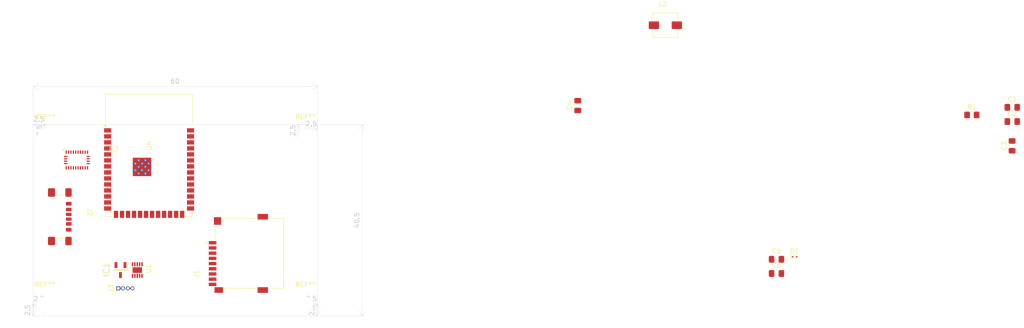
<source format=kicad_pcb>
(kicad_pcb (version 20241229) (generator "pcbnew") (generator_version "9.0")
  (layers (0 "F.Cu" signal) (2 "B.Cu" signal) (13 "F.Paste" user) (15 "B.Paste" user) (5 "F.SilkS" user "F.Silkscreen") (7 "B.SilkS" user "B.Silkscreen") (1 "F.Mask" user) (3 "B.Mask" user) (25 "Edge.Cuts" user))
  (net 0 "")
  (net 1 "GND")
  (net 2 "V_DD")
  (net 3 "Net-(IC1-~{RESET})")
  (net 11 "Net-(U1-LX2)")
  (net 12 "Net-(U1-LX1)")
  (net 13 "SCL")
  (net 15 "Net-(U2-CAP)")
  (net 20 "GNDIO")
  (net 22 "Net-(U2-VDDIO)")
  (net 25 "Net-(D1-A2)")
  (net 28 "Net-(U2-~{RESET})")
  (net 30 "SDA")
  (net 35 "I2C_ADDR")
  (net 38 "INT")
  (net 39 "D-")
  (net 40 "PSRAM")
  (net 41 "JTAG")
  (net 48 "UART_RX")
  (net 49 "D+")
  (net 50 "IO3")
  (net 54 "UART_TX")
  (net 60 "Net-(SW1-B)")
  (net 62 "Net-(J2-CC2)")
  (net 63 "VBUS")
  (net 65 "Net-(J2-CC1)")
  (net 66 "PS")
  (net 68 "V_Bat")
  (net 69 "MOSI")
  (net 70 "MISO")
  (net 71 "SCK")
  (net 72 "CS")
  (footprint "Connector_USB:USB_C_Receptacle_GCT_USB4135-GF-A_6P_TopMnt_Horizontal" (layer "F.Cu") (at 72 70 -90)
    (property "Reference" "J2" (at -1 -7.5 270) (layer "F.SilkS"))
    (property "Value" "USB_C_Receptacle_USB2.0_14P")
    (fp_line (start -4.6 -2.04) (end -4.6 -0.41) (stroke (width 0.12)) (layer "F.SilkS"))
    (fp_line (start 4.6 -2.04) (end 4.6 -0.41) (stroke (width 0.12)) (layer "F.SilkS"))
    (pad "A5" smd roundrect (at -0.5 -3.0325 270) (size 0.7 1.2) (layers "F.Cu" "F.Mask" "F.Paste") (net 65 "Net-(J2-CC1)"))
    (pad "A9" smd roundrect (at 1.52 -3.0325 90) (size 0.76 1.2) (layers "F.Cu" "F.Mask" "F.Paste") (net 63 "VBUS"))
    (pad "A12" smd roundrect (at 2.75 -3.0325 90) (size 0.8 1.2) (layers "F.Cu" "F.Mask" "F.Paste") (net 1 "GND"))
    (pad "B5" smd roundrect (at 0.5 -3.0325 90) (size 0.7 1.2) (layers "F.Cu" "F.Mask" "F.Paste") (net 62 "Net-(J2-CC2)"))
    (pad "B9" smd roundrect (at -1.52 -3.0325 270) (size 0.76 1.2) (layers "F.Cu" "F.Mask" "F.Paste") (net 63 "VBUS"))
    (pad "B12" smd roundrect (at -2.75 -3.0325 270) (size 0.8 1.2) (layers "F.Cu" "F.Mask" "F.Paste") (net 1 "GND"))
    (pad "S1" smd roundrect (at -5.125 -2.9775 270) (size 1.8 1.35) (layers "F.Cu" "F.Mask" "F.Paste") (roundrect_rratio 0.1851851852) (net 1 "GND"))
    (pad "S1" smd roundrect (at -5.125 0.6025 270) (size 1.8 1.5) (layers "F.Cu" "F.Mask" "F.Paste") (roundrect_rratio 0.1666666667) (net 1 "GND"))
    (pad "S1" smd roundrect (at 5.125 -2.9775 270) (size 1.8 1.35) (layers "F.Cu" "F.Mask" "F.Paste") (roundrect_rratio 0.1851851852) (net 1 "GND"))
    (pad "S1" smd roundrect (at 5.125 0.6025 270) (size 1.8 1.5) (layers "F.Cu" "F.Mask" "F.Paste") (roundrect_rratio 0.1666666667) (net 1 "GND"))
  )
  (footprint "MountingHole:MountingHole_3.2mm_M3" (layer "F.Cu") (at 70 88.5)
    (property "Reference" "REF**" (at 0 -4.15 0) (layer "F.SilkS"))
    (property "Value" "MountingHole_3.2mm_M3")
    (pad "" np_thru_hole circle (at 0 0) (size 3.2 3.2) (drill 3.2) (layers "*.Cu" "*.Mask"))
  )
  (footprint "Capacitor_SMD:C_0805_2012Metric_Pad1.18x1.45mm_HandSolder" (layer "F.Cu") (at 182.5 46.5 90)
    (property "Reference" "C4" (at 0 -1.68 90) (layer "F.SilkS"))
    (property "Value" "10uF")
    (fp_line (start -0.261252 -0.735) (end 0.261252 -0.735) (stroke (width 0.12)) (layer "F.SilkS"))
    (fp_line (start -0.261252 0.735) (end 0.261252 0.735) (stroke (width 0.12)) (layer "F.SilkS"))
    (pad "1" smd roundrect (at -1.0375 0 90) (size 1.175 1.45) (layers "F.Cu" "F.Mask" "F.Paste") (roundrect_rratio 0.212766) (net 2 "V_DD"))
    (pad "2" smd roundrect (at 1.0375 0 90) (size 1.175 1.45) (layers "F.Cu" "F.Mask" "F.Paste") (roundrect_rratio 0.212766) (net 1 "GND"))
  )
  (footprint "MountingHole:MountingHole_3.2mm_M3" (layer "F.Cu") (at 125 88.5)
    (property "Reference" "REF**" (at 0 -4.15 0) (layer "F.SilkS"))
    (property "Value" "MountingHole_3.2mm_M3")
    (pad "" np_thru_hole circle (at 0 0) (size 3.2 3.2) (drill 3.2) (layers "*.Cu" "*.Mask"))
  )
  (footprint "Capacitor_SMD:C_0805_2012Metric_Pad1.18x1.45mm_HandSolder" (layer "F.Cu") (at 274.2425 49.8725)
    (property "Reference" "C2" (at 0 -1.68 0) (layer "F.SilkS"))
    (property "Value" "10uF")
    (fp_line (start -0.261252 -0.735) (end 0.261252 -0.735) (stroke (width 0.12)) (layer "F.SilkS"))
    (fp_line (start -0.261252 0.735) (end 0.261252 0.735) (stroke (width 0.12)) (layer "F.SilkS"))
    (pad "1" smd roundrect (at -1.0375 0) (size 1.175 1.45) (layers "F.Cu" "F.Mask" "F.Paste") (roundrect_rratio 0.212766) (net 68 "V_Bat"))
    (pad "2" smd roundrect (at 1.0375 0) (size 1.175 1.45) (layers "F.Cu" "F.Mask" "F.Paste") (roundrect_rratio 0.212766) (net 1 "GND"))
  )
  (footprint "Library:INDM5752X300N" (layer "F.Cu") (at 201 29.5)
    (property "Reference" "L2" (at -0.58 -4.485 0) (layer "F.SilkS"))
    (property "Value" "SRP5030T-2R2M")
    (fp_line (start -2.65 -2.6) (end 2.65 -2.6) (stroke (width 0.127)) (layer "F.SilkS"))
    (fp_line (start -2.65 -1.13) (end -2.65 -2.6) (stroke (width 0.127)) (layer "F.SilkS"))
    (fp_line (start -2.65 2.6) (end -2.65 1.13) (stroke (width 0.127)) (layer "F.SilkS"))
    (fp_line (start 2.65 -2.6) (end 2.65 -1.13) (stroke (width 0.127)) (layer "F.SilkS"))
    (fp_line (start 2.65 2.6) (end -2.65 2.6) (stroke (width 0.127)) (layer "F.SilkS"))
    (fp_line (start 2.65 2.6) (end 2.65 1.13) (stroke (width 0.127)) (layer "F.SilkS"))
    (pad "1" smd roundrect (at -2.42 0) (size 2.17 1.62) (layers "F.Cu" "F.Mask" "F.Paste") (roundrect_rratio 0.125) (net 12 "Net-(U1-LX1)"))
    (pad "2" smd roundrect (at 2.42 0) (size 2.17 1.62) (layers "F.Cu" "F.Mask" "F.Paste") (roundrect_rratio 0.125) (net 11 "Net-(U1-LX2)"))
  )
  (footprint "Capacitor_SMD:C_0805_2012Metric_Pad1.18x1.45mm_HandSolder" (layer "F.Cu") (at 224.4625 79)
    (property "Reference" "C5" (at 0 -1.68 0) (layer "F.SilkS"))
    (property "Value" "1uF")
    (fp_line (start -0.261252 -0.735) (end 0.261252 -0.735) (stroke (width 0.12)) (layer "F.SilkS"))
    (fp_line (start -0.261252 0.735) (end 0.261252 0.735) (stroke (width 0.12)) (layer "F.SilkS"))
    (pad "1" smd roundrect (at -1.0375 0) (size 1.175 1.45) (layers "F.Cu" "F.Mask" "F.Paste") (roundrect_rratio 0.212766) (net 15 "Net-(U2-CAP)"))
    (pad "2" smd roundrect (at 1.0375 0) (size 1.175 1.45) (layers "F.Cu" "F.Mask" "F.Paste") (roundrect_rratio 0.212766) (net 1 "GND"))
  )
  (footprint "Capacitor_SMD:C_0805_2012Metric_Pad1.18x1.45mm_HandSolder" (layer "F.Cu") (at 274.2075 55.0075 90)
    (property "Reference" "C3" (at 0 -1.68 90) (layer "F.SilkS"))
    (property "Value" "C")
    (fp_line (start -0.261252 -0.735) (end 0.261252 -0.735) (stroke (width 0.12)) (layer "F.SilkS"))
    (fp_line (start -0.261252 0.735) (end 0.261252 0.735) (stroke (width 0.12)) (layer "F.SilkS"))
    (pad "1" smd roundrect (at -1.0375 0 90) (size 1.175 1.45) (layers "F.Cu" "F.Mask" "F.Paste") (roundrect_rratio 0.212766) (net 2 "V_DD"))
    (pad "2" smd roundrect (at 1.0375 0 90) (size 1.175 1.45) (layers "F.Cu" "F.Mask" "F.Paste") (roundrect_rratio 0.212766) (net 1 "GND"))
  )
  (footprint "Library:SON50P250X250X80-11N" (layer "F.Cu") (at 89.5 81.275 -90)
    (property "Reference" "U1" (at -0.275 -2.335 90) (layer "F.SilkS"))
    (property "Value" "Buck_Boost")
    (fp_circle (center -2.325 -1) (end -2.225 -1) (stroke (width 0.2)) (fill no) (layer "F.SilkS"))
    (pad "1" smd rect (at -1.225 -1 270) (size 0.85 0.3) (layers "F.Cu" "F.Paste") (net 2 "V_DD"))
    (pad "2" smd rect (at -1.225 -0.5 270) (size 0.85 0.3) (layers "F.Cu" "F.Paste") (net 11 "Net-(U1-LX2)"))
    (pad "3" smd rect (at -1.225 0 270) (size 0.85 0.3) (layers "F.Cu" "F.Paste") (net 1 "GND"))
    (pad "4" smd rect (at -1.225 0.5 270) (size 0.85 0.3) (layers "F.Cu" "F.Paste") (net 12 "Net-(U1-LX1)"))
    (pad "5" smd rect (at -1.225 1 270) (size 0.85 0.3) (layers "F.Cu" "F.Paste") (net 68 "V_Bat"))
    (pad "6" smd rect (at 1.225 1 270) (size 0.85 0.3) (layers "F.Cu" "F.Paste") (net 3 "Net-(IC1-~{RESET})"))
    (pad "7" smd rect (at 1.225 0.5 270) (size 0.85 0.3) (layers "F.Cu" "F.Paste") (net 66 "PS"))
    (pad "8" smd rect (at 1.225 0 270) (size 0.85 0.3) (layers "F.Cu" "F.Paste") (net 68 "V_Bat"))
    (pad "9" smd rect (at 1.225 -0.5 270) (size 0.85 0.3) (layers "F.Cu" "F.Paste") (net 1 "GND"))
    (pad "10" smd rect (at 1.225 -1 270) (size 0.85 0.3) (layers "F.Cu" "F.Paste") (net 2 "V_DD"))
    (pad "11" smd rect (at 0 0 270) (size 1.2 2) (layers "F.Cu") (net 1 "GND"))
  )
  (footprint "Library:CUI_MSD-4-A" (layer "F.Cu") (at 113.15 77.75 90)
    (property "Reference" "J1" (at -4.325 -11.135 90) (layer "F.SilkS"))
    (property "Value" "SD_Socket")
    (fp_line (start 5.73 -7.25) (end 2.92 -7.25) (stroke (width 0.127)) (layer "F.SilkS"))
    (fp_line (start 7.375 -5.63) (end 7.375 1.43) (stroke (width 0.127)) (layer "F.SilkS"))
    (fp_line (start -7.375 -5.23) (end -7.375 1.43) (stroke (width 0.127)) (layer "F.SilkS"))
    (fp_line (start 7.375 4.27) (end 7.375 7.25) (stroke (width 0.127)) (layer "F.SilkS"))
    (fp_line (start -7.375 4.27) (end -7.375 7.25) (stroke (width 0.127)) (layer "F.SilkS"))
    (fp_line (start -7.375 7.25) (end 7.375 7.25) (stroke (width 0.127)) (layer "F.SilkS"))
    (fp_circle (center 2.25 -9.1) (end 2.35 -9.1) (stroke (width 0.2)) (fill no) (layer "F.SilkS"))
    (pad "" np_thru_hole circle (at -4.95 3.25 90) (size 1 1) (drill 1) (layers "*.Cu" "*.Mask"))
    (pad "" np_thru_hole circle (at 3.05 3.25 90) (size 1 1) (drill 1) (layers "*.Cu" "*.Mask"))
    (pad "1" smd rect (at 2.25 -7.75 90) (size 0.7 1.6) (layers "F.Cu" "F.Mask" "F.Paste"))
    (pad "2" smd rect (at 1.15 -7.75 90) (size 0.7 1.6) (layers "F.Cu" "F.Mask" "F.Paste") (net 72 "CS"))
    (pad "3" smd rect (at 0.05 -7.75 90) (size 0.7 1.6) (layers "F.Cu" "F.Mask" "F.Paste") (net 69 "MOSI"))
    (pad "4" smd rect (at -1.05 -7.75 90) (size 0.7 1.6) (layers "F.Cu" "F.Mask" "F.Paste") (net 2 "V_DD"))
    (pad "5" smd rect (at -2.15 -7.75 90) (size 0.7 1.6) (layers "F.Cu" "F.Mask" "F.Paste") (net 71 "SCK"))
    (pad "6" smd rect (at -3.25 -7.75 90) (size 0.7 1.6) (layers "F.Cu" "F.Mask" "F.Paste") (net 1 "GND"))
    (pad "7" smd rect (at -4.35 -7.75 90) (size 0.7 1.6) (layers "F.Cu" "F.Mask" "F.Paste") (net 70 "MISO"))
    (pad "8" smd rect (at -5.45 -7.75 90) (size 0.7 1.6) (layers "F.Cu" "F.Mask" "F.Paste"))
    (pad "CD" smd rect (at -6.55 -7.75 90) (size 0.7 1.6) (layers "F.Cu" "F.Mask" "F.Paste"))
    (pad "G1" smd rect (at -7.75 -6.45 90) (size 1.2 1.8) (layers "F.Cu" "F.Mask" "F.Paste"))
    (pad "G2" smd rect (at 6.85 -6.7 90) (size 1.6 1.5) (layers "F.Cu" "F.Mask" "F.Paste"))
    (pad "G3" smd rect (at -7.75 2.85 90) (size 1.2 2.2) (layers "F.Cu" "F.Mask" "F.Paste"))
    (pad "G4" smd rect (at 7.75 2.85 90) (size 1.2 2.2) (layers "F.Cu" "F.Mask" "F.Paste"))
  )
  (footprint "Library:SOT95P237X112-3N" (layer "F.Cu") (at 85.95 81.275 -90)
    (property "Reference" "IC1" (at -0.05 2.95 90) (layer "F.SilkS") (effects (font (size 1.27 1.27) (thickness 0.254))))
    (property "Value" "UVLO" (hide yes))
    (fp_line (start -0.075 1.46) (end -0.075 -1.46) (stroke (width 0.2)) (layer "F.SilkS"))
    (fp_line (start 0.075 1.46) (end -0.075 1.46) (stroke (width 0.2)) (layer "F.SilkS"))
    (fp_line (start -0.075 -1.46) (end 0.075 -1.46) (stroke (width 0.2)) (layer "F.SilkS"))
    (fp_line (start 0.075 -1.46) (end 0.075 1.46) (stroke (width 0.2)) (layer "F.SilkS"))
    (fp_line (start -1.675 -1.5) (end -0.425 -1.5) (stroke (width 0.2)) (layer "F.SilkS"))
    (pad "1" smd rect (at -1.05 -0.95) (size 0.6 1.25) (layers "F.Cu" "F.Mask" "F.Paste") (net 3 "Net-(IC1-~{RESET})"))
    (pad "2" smd rect (at -1.05 0.95) (size 0.6 1.25) (layers "F.Cu" "F.Mask" "F.Paste") (net 68 "V_Bat"))
    (pad "3" smd rect (at 1.05 0) (size 0.6 1.25) (layers "F.Cu" "F.Mask" "F.Paste") (net 1 "GND"))
  )
  (footprint "Diode_SMD:D_SOD-923" (layer "F.Cu") (at 228.2875 78.47)
    (property "Reference" "D1" (at 0 -1.2 0) (layer "F.SilkS"))
    (property "Value" "ESD3.3")
    (fp_line (start -0.86 -0.4) (end -0.86 0.4) (stroke (width 0.12)) (layer "F.SilkS"))
    (fp_line (start 0.5 -0.4) (end -0.86 -0.4) (stroke (width 0.12)) (layer "F.SilkS"))
    (fp_line (start 0.5 0.4) (end -0.86 0.4) (stroke (width 0.12)) (layer "F.SilkS"))
    (pad "1" smd roundrect (at -0.42 0 180) (size 0.36 0.25) (layers "F.Cu" "F.Mask" "F.Paste") (net 1 "GND"))
    (pad "2" smd roundrect (at 0.42 0 180) (size 0.36 0.25) (layers "F.Cu" "F.Mask" "F.Paste") (net 25 "Net-(D1-A2)"))
  )
  (footprint "Package_LGA:LGA-28_5.2x3.8mm_P0.5mm" (layer "F.Cu") (at 76.75 58)
    (property "Reference" "U2" (at 7.775 -2.25 0) (layer "F.SilkS"))
    (property "Value" "BNO055")
    (fp_line (start -2.71 2.01) (end -2.71 1.75) (stroke (width 0.12)) (layer "F.SilkS"))
    (fp_line (start -2.71 2.01) (end -2.45 2.01) (stroke (width 0.12)) (layer "F.SilkS"))
    (fp_line (start 2.71 -2.01) (end 2.45 -2.01) (stroke (width 0.12)) (layer "F.SilkS"))
    (fp_line (start 2.71 -2.01) (end 2.71 -1.75) (stroke (width 0.12)) (layer "F.SilkS"))
    (fp_line (start 2.71 2.01) (end 2.45 2.01) (stroke (width 0.12)) (layer "F.SilkS"))
    (fp_line (start 2.71 2.01) (end 2.71 1.75) (stroke (width 0.12)) (layer "F.SilkS"))
    (fp_poly (pts (xy -2.71 -2.01) (xy -3.07 -2.01) (xy -2.71 -2.37) (xy -2.71 -2.01)) (stroke (width 0.1)) (fill yes) (layer "F.SilkS"))
    (pad "1" smd rect (at -2.25 -1.6625) (size 0.254 0.675) (layers "F.Cu" "F.Mask" "F.Paste"))
    (pad "2" smd rect (at -2.3875 -0.75 90) (size 0.254 0.675) (layers "F.Cu" "F.Mask" "F.Paste") (net 1 "GND"))
    (pad "3" smd rect (at -2.3875 -0.25 90) (size 0.254 0.675) (layers "F.Cu" "F.Mask" "F.Paste") (net 2 "V_DD"))
    (pad "4" smd rect (at -2.3875 0.25 90) (size 0.254 0.675) (layers "F.Cu" "F.Mask" "F.Paste"))
    (pad "5" smd rect (at -2.3875 0.75 90) (size 0.254 0.675) (layers "F.Cu" "F.Mask" "F.Paste") (net 20 "GNDIO"))
    (pad "6" smd rect (at -2.25 1.6625) (size 0.254 0.675) (layers "F.Cu" "F.Mask" "F.Paste") (net 20 "GNDIO"))
    (pad "7" smd rect (at -1.75 1.6625) (size 0.254 0.675) (layers "F.Cu" "F.Mask" "F.Paste"))
    (pad "8" smd rect (at -1.25 1.6625) (size 0.254 0.675) (layers "F.Cu" "F.Mask" "F.Paste"))
    (pad "9" smd rect (at -0.75 1.6625) (size 0.254 0.675) (layers "F.Cu" "F.Mask" "F.Paste") (net 15 "Net-(U2-CAP)"))
    (pad "10" smd rect (at -0.25 1.6625) (size 0.254 0.675) (layers "F.Cu" "F.Mask" "F.Paste"))
    (pad "11" smd rect (at 0.25 1.6625) (size 0.254 0.675) (layers "F.Cu" "F.Mask" "F.Paste") (net 28 "Net-(U2-~{RESET})"))
    (pad "12" smd rect (at 0.75 1.6625) (size 0.254 0.675) (layers "F.Cu" "F.Mask" "F.Paste"))
    (pad "13" smd rect (at 1.25 1.6625) (size 0.254 0.675) (layers "F.Cu" "F.Mask" "F.Paste"))
    (pad "14" smd rect (at 1.75 1.6625) (size 0.254 0.675) (layers "F.Cu" "F.Mask" "F.Paste") (net 38 "INT"))
    (pad "15" smd rect (at 2.25 1.6625) (size 0.254 0.675) (layers "F.Cu" "F.Mask" "F.Paste"))
    (pad "16" smd rect (at 2.3875 0.75 90) (size 0.254 0.675) (layers "F.Cu" "F.Mask" "F.Paste"))
    (pad "17" smd rect (at 2.3875 0.25 90) (size 0.254 0.675) (layers "F.Cu" "F.Mask" "F.Paste") (net 35 "I2C_ADDR"))
    (pad "18" smd rect (at 2.3875 -0.25 90) (size 0.254 0.675) (layers "F.Cu" "F.Mask" "F.Paste") (net 20 "GNDIO"))
    (pad "19" smd rect (at 2.3875 -0.75 90) (size 0.254 0.675) (layers "F.Cu" "F.Mask" "F.Paste") (net 13 "SCL"))
    (pad "20" smd rect (at 2.25 -1.6625) (size 0.254 0.675) (layers "F.Cu" "F.Mask" "F.Paste") (net 30 "SDA"))
    (pad "21" smd rect (at 1.75 -1.6625) (size 0.254 0.675) (layers "F.Cu" "F.Mask" "F.Paste"))
    (pad "22" smd rect (at 1.25 -1.6625) (size 0.254 0.675) (layers "F.Cu" "F.Mask" "F.Paste"))
    (pad "23" smd rect (at 0.75 -1.6625) (size 0.254 0.675) (layers "F.Cu" "F.Mask" "F.Paste"))
    (pad "24" smd rect (at 0.25 -1.6625) (size 0.254 0.675) (layers "F.Cu" "F.Mask" "F.Paste"))
    (pad "25" smd rect (at -0.25 -1.6625) (size 0.254 0.675) (layers "F.Cu" "F.Mask" "F.Paste") (net 20 "GNDIO"))
    (pad "26" smd rect (at -0.75 -1.6625) (size 0.254 0.675) (layers "F.Cu" "F.Mask" "F.Paste"))
    (pad "27" smd rect (at -1.25 -1.6625) (size 0.254 0.675) (layers "F.Cu" "F.Mask" "F.Paste"))
    (pad "28" smd rect (at -1.75 -1.6625) (size 0.254 0.675) (layers "F.Cu" "F.Mask" "F.Paste") (net 22 "Net-(U2-VDDIO)"))
  )
  (footprint "RF_Module:ESP32-S3-WROOM-1" (layer "F.Cu") (at 92 57)
    (property "Reference" "U4" (at 0 -2 90) (layer "F.SilkS"))
    (property "Value" "ESP32-S3-WROOM-1")
    (fp_line (start -9.2 -12.9) (end -9.2 -6.7) (stroke (width 0.12)) (layer "F.SilkS"))
    (fp_line (start -9.2 -12.9) (end 9.2 -12.9) (stroke (width 0.12)) (layer "F.SilkS"))
    (fp_line (start -9.2 11.95) (end -9.2 12.95) (stroke (width 0.12)) (layer "F.SilkS"))
    (fp_line (start -9.2 12.95) (end -7.7 12.95) (stroke (width 0.12)) (layer "F.SilkS"))
    (fp_line (start 9.2 -12.9) (end 9.2 -6.7) (stroke (width 0.12)) (layer "F.SilkS"))
    (fp_line (start 9.2 12.95) (end 7.7 12.95) (stroke (width 0.12)) (layer "F.SilkS"))
    (fp_line (start 9.2 12.95) (end 9.2 11.95) (stroke (width 0.12)) (layer "F.SilkS"))
    (fp_poly (pts (xy -9.2 -6.025) (xy -9.7 -6.025) (xy -9.2 -6.525) (xy -9.2 -6.025)) (stroke (width 0.12)) (fill yes) (layer "F.SilkS"))
    (pad "1" smd rect (at -8.75 -5.26) (size 1.5 0.9) (layers "F.Cu" "F.Mask" "F.Paste") (net 1 "GND"))
    (pad "2" smd rect (at -8.75 -3.99) (size 1.5 0.9) (layers "F.Cu" "F.Mask" "F.Paste") (net 2 "V_DD"))
    (pad "3" smd rect (at -8.75 -2.72) (size 1.5 0.9) (layers "F.Cu" "F.Mask" "F.Paste") (net 25 "Net-(D1-A2)"))
    (pad "4" smd rect (at -8.75 -1.45) (size 1.5 0.9) (layers "F.Cu" "F.Mask" "F.Paste"))
    (pad "5" smd rect (at -8.75 -0.18) (size 1.5 0.9) (layers "F.Cu" "F.Mask" "F.Paste"))
    (pad "6" smd rect (at -8.75 1.09) (size 1.5 0.9) (layers "F.Cu" "F.Mask" "F.Paste"))
    (pad "7" smd rect (at -8.75 2.36) (size 1.5 0.9) (layers "F.Cu" "F.Mask" "F.Paste"))
    (pad "8" smd rect (at -8.75 3.63) (size 1.5 0.9) (layers "F.Cu" "F.Mask" "F.Paste"))
    (pad "9" smd rect (at -8.75 4.9) (size 1.5 0.9) (layers "F.Cu" "F.Mask" "F.Paste"))
    (pad "10" smd rect (at -8.75 6.17) (size 1.5 0.9) (layers "F.Cu" "F.Mask" "F.Paste"))
    (pad "11" smd rect (at -8.75 7.44) (size 1.5 0.9) (layers "F.Cu" "F.Mask" "F.Paste"))
    (pad "12" smd rect (at -8.75 8.71) (size 1.5 0.9) (layers "F.Cu" "F.Mask" "F.Paste"))
    (pad "13" smd rect (at -8.75 9.98) (size 1.5 0.9) (layers "F.Cu" "F.Mask" "F.Paste") (net 39 "D-"))
    (pad "14" smd rect (at -8.75 11.25 180) (size 1.5 0.9) (layers "F.Cu" "F.Mask" "F.Paste") (net 49 "D+"))
    (pad "15" smd rect (at -6.985 12.5 270) (size 1.5 0.9) (layers "F.Cu" "F.Mask" "F.Paste") (net 50 "IO3"))
    (pad "16" smd rect (at -5.715 12.5 270) (size 1.5 0.9) (layers "F.Cu" "F.Mask" "F.Paste"))
    (pad "17" smd rect (at -4.445 12.5 270) (size 1.5 0.9) (layers "F.Cu" "F.Mask" "F.Paste"))
    (pad "18" smd rect (at -3.175 12.5 270) (size 1.5 0.9) (layers "F.Cu" "F.Mask" "F.Paste"))
    (pad "19" smd rect (at -1.905 12.5 270) (size 1.5 0.9) (layers "F.Cu" "F.Mask" "F.Paste"))
    (pad "20" smd rect (at -0.635 12.5 270) (size 1.5 0.9) (layers "F.Cu" "F.Mask" "F.Paste"))
    (pad "21" smd rect (at 0.635 12.5 270) (size 1.5 0.9) (layers "F.Cu" "F.Mask" "F.Paste"))
    (pad "22" smd rect (at 1.905 12.5 270) (size 1.5 0.9) (layers "F.Cu" "F.Mask" "F.Paste") (net 70 "MISO"))
    (pad "23" smd rect (at 3.175 12.5 270) (size 1.5 0.9) (layers "F.Cu" "F.Mask" "F.Paste") (net 71 "SCK"))
    (pad "24" smd rect (at 4.445 12.5 270) (size 1.5 0.9) (layers "F.Cu" "F.Mask" "F.Paste") (net 69 "MOSI"))
    (pad "25" smd rect (at 5.715 12.5 270) (size 1.5 0.9) (layers "F.Cu" "F.Mask" "F.Paste") (net 72 "CS"))
    (pad "26" smd rect (at 6.985 12.5 270) (size 1.5 0.9) (layers "F.Cu" "F.Mask" "F.Paste"))
    (pad "27" smd rect (at 8.75 11.25) (size 1.5 0.9) (layers "F.Cu" "F.Mask" "F.Paste") (net 60 "Net-(SW1-B)"))
    (pad "28" smd rect (at 8.75 9.98) (size 1.5 0.9) (layers "F.Cu" "F.Mask" "F.Paste") (net 40 "PSRAM"))
    (pad "29" smd rect (at 8.75 8.71) (size 1.5 0.9) (layers "F.Cu" "F.Mask" "F.Paste") (net 40 "PSRAM"))
    (pad "30" smd rect (at 8.75 7.44) (size 1.5 0.9) (layers "F.Cu" "F.Mask" "F.Paste") (net 40 "PSRAM"))
    (pad "31" smd rect (at 8.75 6.17) (size 1.5 0.9) (layers "F.Cu" "F.Mask" "F.Paste"))
    (pad "32" smd rect (at 8.75 4.9) (size 1.5 0.9) (layers "F.Cu" "F.Mask" "F.Paste") (net 41 "JTAG"))
    (pad "33" smd rect (at 8.75 3.63) (size 1.5 0.9) (layers "F.Cu" "F.Mask" "F.Paste") (net 41 "JTAG"))
    (pad "34" smd rect (at 8.75 2.36) (size 1.5 0.9) (layers "F.Cu" "F.Mask" "F.Paste") (net 41 "JTAG"))
    (pad "35" smd rect (at 8.75 1.09) (size 1.5 0.9) (layers "F.Cu" "F.Mask" "F.Paste") (net 41 "JTAG"))
    (pad "36" smd rect (at 8.75 -0.18) (size 1.5 0.9) (layers "F.Cu" "F.Mask" "F.Paste") (net 48 "UART_RX"))
    (pad "37" smd rect (at 8.75 -1.45) (size 1.5 0.9) (layers "F.Cu" "F.Mask" "F.Paste") (net 54 "UART_TX"))
    (pad "38" smd rect (at 8.75 -2.72) (size 1.5 0.9) (layers "F.Cu" "F.Mask" "F.Paste"))
    (pad "39" smd rect (at 8.75 -3.99) (size 1.5 0.9) (layers "F.Cu" "F.Mask" "F.Paste"))
    (pad "40" smd rect (at 8.75 -5.26) (size 1.5 0.9) (layers "F.Cu" "F.Mask" "F.Paste") (net 1 "GND"))
    (pad "41" thru_hole circle (at -2.9 1.76 90) (size 0.6 0.6) (drill 0.2) (property pad_prop_heatsink) (layers "*.Cu" "F.Mask") (net 1 "GND"))
    (pad "41" thru_hole circle (at -2.9 3.16) (size 0.6 0.6) (drill 0.2) (property pad_prop_heatsink) (layers "*.Cu" "F.Mask") (net 1 "GND"))
    (pad "41" thru_hole circle (at -2.2 1.06) (size 0.6 0.6) (drill 0.2) (property pad_prop_heatsink) (layers "*.Cu" "F.Mask") (net 1 "GND"))
    (pad "41" thru_hole circle (at -2.2 2.46) (size 0.6 0.6) (drill 0.2) (property pad_prop_heatsink) (layers "*.Cu" "F.Mask") (net 1 "GND"))
    (pad "41" thru_hole circle (at -2.2 3.86) (size 0.6 0.6) (drill 0.2) (property pad_prop_heatsink) (layers "*.Cu" "F.Mask") (net 1 "GND"))
    (pad "41" thru_hole circle (at -1.5 1.76) (size 0.6 0.6) (drill 0.2) (property pad_prop_heatsink) (layers "*.Cu" "F.Mask") (net 1 "GND"))
    (pad "41" smd rect (at -1.5 2.46 270) (size 3.9 3.9) (property pad_prop_heatsink) (layers "F.Cu" "F.Mask") (net 1 "GND"))
    (pad "41" thru_hole circle (at -1.5 3.16) (size 0.6 0.6) (drill 0.2) (property pad_prop_heatsink) (layers "*.Cu" "F.Mask") (net 1 "GND"))
    (pad "41" thru_hole circle (at -0.8 1.06) (size 0.6 0.6) (drill 0.2) (property pad_prop_heatsink) (layers "*.Cu" "F.Mask") (net 1 "GND"))
    (pad "41" thru_hole circle (at -0.8 2.46) (size 0.6 0.6) (drill 0.2) (property pad_prop_heatsink) (layers "*.Cu" "F.Mask") (net 1 "GND"))
    (pad "41" thru_hole circle (at -0.8 3.86) (size 0.6 0.6) (drill 0.2) (property pad_prop_heatsink) (layers "*.Cu" "F.Mask") (net 1 "GND"))
    (pad "41" thru_hole circle (at -0.1 1.76) (size 0.6 0.6) (drill 0.2) (property pad_prop_heatsink) (layers "*.Cu" "F.Mask") (net 1 "GND"))
    (pad "41" thru_hole circle (at -0.1 3.16) (size 0.6 0.6) (drill 0.2) (property pad_prop_heatsink) (layers "*.Cu" "F.Mask") (net 1 "GND"))
  )
  (footprint "MountingHole:MountingHole_3.2mm_M3" (layer "F.Cu") (at 70 53)
    (property "Reference" "REF**" (at 0 -4.15 0) (layer "F.SilkS"))
    (property "Value" "MountingHole_3.2mm_M3")
    (pad "" np_thru_hole circle (at 0 0) (size 3.2 3.2) (drill 3.2) (layers "*.Cu" "*.Mask"))
  )
  (footprint "Connector_PinHeader_1.00mm:PinHeader_1x04_P1.00mm_Vertical" (layer "F.Cu") (at 85.5 85.14 90)
    (property "Reference" "J3" (at 0 -1.61 90) (layer "F.SilkS"))
    (property "Value" "Conn_01x04_Pin")
    (fp_line (start -0.745 -0.735) (end 0 -0.735) (stroke (width 0.12)) (layer "F.SilkS"))
    (fp_line (start -0.745 0) (end -0.745 -0.735) (stroke (width 0.12)) (layer "F.SilkS"))
    (fp_line (start 0.745 0.735) (end 0.745 3.61) (stroke (width 0.12)) (layer "F.SilkS"))
    (fp_line (start 0.685565 0.735) (end 0.745 0.735) (stroke (width 0.12)) (layer "F.SilkS"))
    (fp_line (start -0.745 0.735) (end -0.685565 0.735) (stroke (width 0.12)) (layer "F.SilkS"))
    (fp_line (start -0.745 0.735) (end -0.745 3.61) (stroke (width 0.12)) (layer "F.SilkS"))
    (fp_line (start 0.41003 3.61) (end 0.745 3.61) (stroke (width 0.12)) (layer "F.SilkS"))
    (fp_line (start -0.745 3.61) (end -0.41003 3.61) (stroke (width 0.12)) (layer "F.SilkS"))
    (pad "1" thru_hole rect (at 0 0 90) (size 0.85 0.85) (drill 0.5) (layers "*.Cu" "*.Mask") (net 68 "V_Bat"))
    (pad "2" thru_hole circle (at 0 1 90) (size 0.85 0.85) (drill 0.5) (layers "*.Cu" "*.Mask") (net 68 "V_Bat"))
    (pad "3" thru_hole circle (at 0 2 90) (size 0.85 0.85) (drill 0.5) (layers "*.Cu" "*.Mask") (net 1 "GND"))
    (pad "4" thru_hole circle (at 0 3 90) (size 0.85 0.85) (drill 0.5) (layers "*.Cu" "*.Mask") (net 1 "GND"))
  )
  (footprint "MountingHole:MountingHole_3.2mm_M3" (layer "F.Cu") (at 125 53)
    (property "Reference" "REF**" (at 0 -4.15 0) (layer "F.SilkS"))
    (property "Value" "MountingHole_3.2mm_M3")
    (pad "" np_thru_hole circle (at 0 0) (size 3.2 3.2) (drill 3.2) (layers "*.Cu" "*.Mask"))
  )
  (footprint "Capacitor_SMD:C_0805_2012Metric_Pad1.18x1.45mm_HandSolder" (layer "F.Cu") (at 224.4625 82.01)
    (property "Reference" "C6" (at 0 -1.68 0) (layer "F.SilkS"))
    (property "Value" "120Nf")
    (fp_line (start -0.261252 -0.735) (end 0.261252 -0.735) (stroke (width 0.12)) (layer "F.SilkS"))
    (fp_line (start -0.261252 0.735) (end 0.261252 0.735) (stroke (width 0.12)) (layer "F.SilkS"))
    (pad "1" smd roundrect (at -1.0375 0) (size 1.175 1.45) (layers "F.Cu" "F.Mask" "F.Paste") (roundrect_rratio 0.212766) (net 20 "GNDIO"))
    (pad "2" smd roundrect (at 1.0375 0) (size 1.175 1.45) (layers "F.Cu" "F.Mask" "F.Paste") (roundrect_rratio 0.212766) (net 22 "Net-(U2-VDDIO)"))
  )
  (footprint "Capacitor_SMD:C_0805_2012Metric_Pad1.18x1.45mm_HandSolder" (layer "F.Cu") (at 274.2425 46.8625)
    (property "Reference" "C1" (at 0 -1.68 0) (layer "F.SilkS"))
    (property "Value" "20uF")
    (fp_line (start -0.261252 -0.735) (end 0.261252 -0.735) (stroke (width 0.12)) (layer "F.SilkS"))
    (fp_line (start -0.261252 0.735) (end 0.261252 0.735) (stroke (width 0.12)) (layer "F.SilkS"))
    (pad "1" smd roundrect (at -1.0375 0) (size 1.175 1.45) (layers "F.Cu" "F.Mask" "F.Paste") (roundrect_rratio 0.212766) (net 1 "GND"))
    (pad "2" smd roundrect (at 1.0375 0) (size 1.175 1.45) (layers "F.Cu" "F.Mask" "F.Paste") (roundrect_rratio 0.212766) (net 2 "V_DD"))
  )
  (footprint "Resistor_SMD:R_0805_2012Metric_Pad1.20x1.40mm_HandSolder" (layer "F.Cu") (at 265.7075 48.47)
    (property "Reference" "R1" (at 0 -1.65 0) (layer "F.SilkS"))
    (property "Value" "R_US")
    (fp_line (start -0.227064 -0.735) (end 0.227064 -0.735) (stroke (width 0.12)) (layer "F.SilkS"))
    (fp_line (start -0.227064 0.735) (end 0.227064 0.735) (stroke (width 0.12)) (layer "F.SilkS"))
    (pad "1" smd roundrect (at -1 0) (size 1.2 1.4) (layers "F.Cu" "F.Mask" "F.Paste") (roundrect_rratio 0.208333) (net 68 "V_Bat"))
    (pad "2" smd roundrect (at 1 0) (size 1.2 1.4) (layers "F.Cu" "F.Mask" "F.Paste") (roundrect_rratio 0.208333) (net 3 "Net-(IC1-~{RESET})"))
  )
  (gr_rect (start 67.5 50.5) (end 127.5 91) (stroke (width 0.05)) (fill no) (layer "Edge.Cuts"))
  (gr_circle (center 125 88.5) (end 126.5 88.5) (stroke (width 0.05)) (fill no) (layer "Edge.Cuts"))
  (gr_circle (center 70 88.5) (end 71.5 88.5) (stroke (width 0.05)) (fill no) (layer "Edge.Cuts"))
  (gr_circle (center 70 53) (end 71.5 53) (stroke (width 0.05)) (fill no) (layer "Edge.Cuts"))
  (gr_circle (center 125 53) (end 126.5 53) (stroke (width 0.05)) (fill no) (layer "Edge.Cuts"))
  (dimension (type orthogonal) (layer "Edge.Cuts") (pts (xy 67.5 50.5) (xy 70 50.5)) (height 0) (orientation 0) (format (prefix "") (suffix "") (units 3) (units_format 0) (precision 4) (suppress_zeroes yes)) (style (thickness 0.05) (arrow_length 1.27) (text_position_mode 0) (arrow_direction outward) (extension_height 0.58642) (extension_offset 0.5) (keep_text_aligned yes)) (gr_text "2.5" (at 68.75 49.35 0) (layer "Edge.Cuts") (effects (font (size 1 1) (thickness 0.15)))))
  (dimension (type orthogonal) (layer "Edge.Cuts") (pts (xy 125 50.5) (xy 125 53)) (height -1.5) (orientation 1) (format (prefix "") (suffix "") (units 3) (units_format 0) (precision 4) (suppress_zeroes yes)) (style (thickness 0.05) (arrow_length 1.27) (text_position_mode 0) (arrow_direction outward) (extension_height 0.58642) (extension_offset 0.5) (keep_text_aligned yes)) (gr_text "2.5" (at 122.35 51.75 90) (layer "Edge.Cuts") (effects (font (size 1 1) (thickness 0.15)))))
  (dimension (type orthogonal) (layer "Edge.Cuts") (pts (xy 67.5 91) (xy 67.5 88.5)) (height 0) (orientation 1) (format (prefix "") (suffix "") (units 3) (units_format 0) (precision 4) (suppress_zeroes yes)) (style (thickness 0.05) (arrow_length 1.27) (text_position_mode 0) (arrow_direction outward) (extension_height 0.58642) (extension_offset 0.5) (keep_text_aligned yes)) (gr_text "2.5" (at 66.35 89.75 90) (layer "Edge.Cuts") (effects (font (size 1 1) (thickness 0.15)))))
  (dimension (type orthogonal) (layer "Edge.Cuts") (pts (xy 67.5 91) (xy 70 91)) (height -2.5) (orientation 0) (format (prefix "") (suffix "") (units 3) (units_format 0) (precision 4) (suppress_zeroes yes)) (style (thickness 0.05) (arrow_length 1.27) (text_position_mode 0) (arrow_direction outward) (extension_height 0.58642) (extension_offset 0.5) (keep_text_aligned yes)) (gr_text "2.5" (at 68.75 87.35 0) (layer "Edge.Cuts") (effects (font (size 1 1) (thickness 0.15)))))
  (dimension (type orthogonal) (layer "Edge.Cuts") (pts (xy 127.5 50.5) (xy 127.5 91)) (height 9.5) (orientation 1) (format (prefix "") (suffix "") (units 3) (units_format 0) (precision 4) (suppress_zeroes yes)) (style (thickness 0.05) (arrow_length 1.27) (text_position_mode 0) (arrow_direction outward) (extension_height 0.58642) (extension_offset 0.5) (keep_text_aligned yes)) (gr_text "40.5" (at 135.85 70.75 90) (layer "Edge.Cuts") (effects (font (size 1 1) (thickness 0.15)))))
  (dimension (type orthogonal) (layer "Edge.Cuts") (pts (xy 127.5 91) (xy 125 91)) (height -2.5) (orientation 0) (format (prefix "") (suffix "") (units 3) (units_format 0) (precision 4) (suppress_zeroes yes)) (style (thickness 0.05) (arrow_length 1.27) (text_position_mode 0) (arrow_direction outward) (extension_height 0.58642) (extension_offset 0.5) (keep_text_aligned yes)) (gr_text "2.5" (at 126.25 87.35 0) (layer "Edge.Cuts") (effects (font (size 1 1) (thickness 0.15)))))
  (dimension (type orthogonal) (layer "Edge.Cuts") (pts (xy 67.5 50.5) (xy 127.5 50.5)) (height -8) (orientation 0) (format (prefix "") (suffix "") (units 3) (units_format 0) (precision 4) (suppress_zeroes yes)) (style (thickness 0.05) (arrow_length 1.27) (text_position_mode 0) (arrow_direction outward) (extension_height 0.58642) (extension_offset 0.5) (keep_text_aligned yes)) (gr_text "60" (at 97.5 41.35 0) (layer "Edge.Cuts") (effects (font (size 1 1) (thickness 0.15)))))
  (dimension (type orthogonal) (layer "Edge.Cuts") (pts (xy 67.5 50.5) (xy 67.5 53)) (height 2.5) (orientation 1) (format (prefix "") (suffix "") (units 3) (units_format 0) (precision 4) (suppress_zeroes yes)) (style (thickness 0.05) (arrow_length 1.27) (text_position_mode 0) (arrow_direction outward) (extension_height 0.58642) (extension_offset 0.5) (keep_text_aligned yes)) (gr_text "2.5" (at 68.85 51.75 90) (layer "Edge.Cuts") (effects (font (size 1 1) (thickness 0.15)))))
  (dimension (type orthogonal) (layer "Edge.Cuts") (pts (xy 127.5 91) (xy 127.5 88.5)) (height 0) (orientation 1) (format (prefix "") (suffix "") (units 3) (units_format 0) (precision 4) (suppress_zeroes yes)) (style (thickness 0.05) (arrow_length 1.27) (text_position_mode 0) (arrow_direction outward) (extension_height 0.58642) (extension_offset 0.5) (keep_text_aligned yes)) (gr_text "2.5" (at 126.35 89.75 90) (layer "Edge.Cuts") (effects (font (size 1 1) (thickness 0.15)))))
  (dimension (type orthogonal) (layer "Edge.Cuts") (pts (xy 127.5 49) (xy 125 49)) (height 2.5) (orientation 0) (format (prefix "") (suffix "") (units 3) (units_format 0) (precision 4) (suppress_zeroes yes)) (style (thickness 0.05) (arrow_length 1.27) (text_position_mode 0) (arrow_direction outward) (extension_height 0.58642) (extension_offset 0.5) (keep_text_aligned yes)) (gr_text "2.5" (at 126.25 50.35 0) (layer "Edge.Cuts") (effects (font (size 1 1) (thickness 0.15)))))
  (segment (start 88.5 85.14) (end 87.5 85.14) (width 0.2) (layer "F.Cu") (net 1))
  (segment (start 85.5 85.14) (end 86.5 85.14) (width 0.2) (layer "F.Cu") (net 68))
)
</source>
